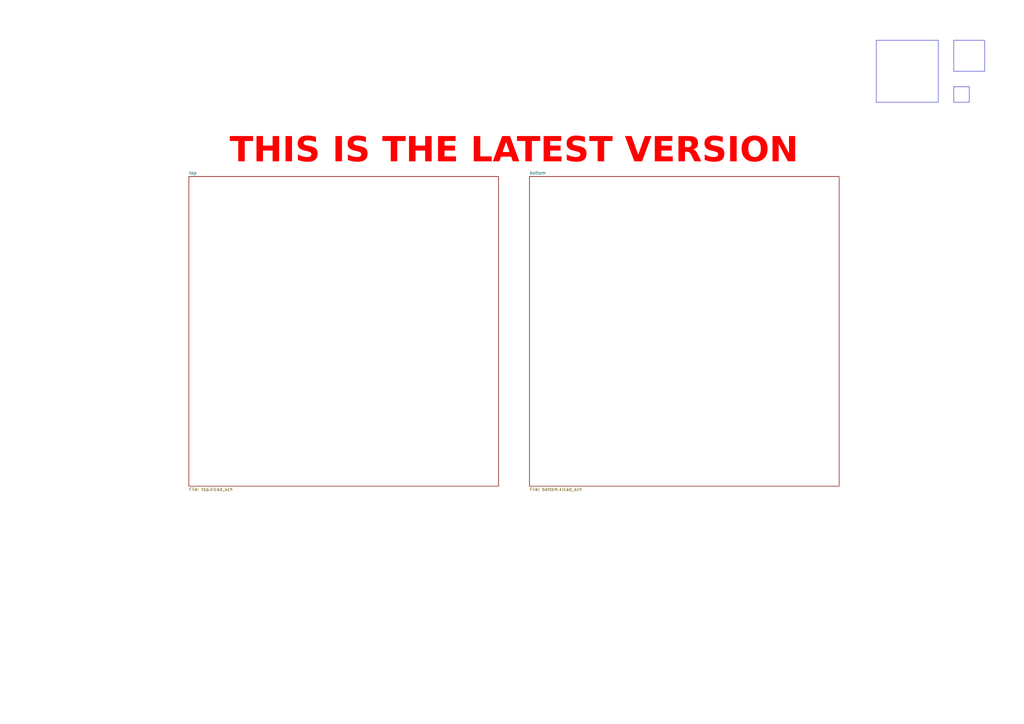
<source format=kicad_sch>
(kicad_sch
	(version 20231120)
	(generator "eeschema")
	(generator_version "8.0")
	(uuid "9b45fe8f-ccde-4083-bbaa-82d9a9454022")
	(paper "A3")
	(title_block
		(title "WWF Super Stars")
		(company "JOTEGO")
		(comment 1 "Leo Tejada")
	)
	(lib_symbols)
	(rectangle
		(start 359.41 16.51)
		(end 384.81 41.91)
		(stroke
			(width 0)
			(type default)
		)
		(fill
			(type none)
		)
		(uuid 05bfc56c-480c-42ae-9657-ba7d0acaeb8c)
	)
	(rectangle
		(start 391.16 16.51)
		(end 403.86 29.21)
		(stroke
			(width 0)
			(type default)
		)
		(fill
			(type none)
		)
		(uuid 281801f3-f6d5-4d36-b561-7c564adbd2d1)
	)
	(rectangle
		(start 391.16 35.56)
		(end 397.51 41.91)
		(stroke
			(width 0)
			(type default)
		)
		(fill
			(type none)
		)
		(uuid cbf49602-ae34-4fa5-b109-202ed2a56ea1)
	)
	(text "THIS IS THE LATEST VERSION"
		(exclude_from_sim no)
		(at 210.82 64.77 0)
		(effects
			(font
				(face "Carlito")
				(size 10.16 10.16)
				(thickness 0.508)
				(bold yes)
				(color 255 0 0 1)
			)
		)
		(uuid "9ce8c6a3-9767-4350-bbfd-a0565e7ac961")
	)
	(sheet
		(at 217.17 72.39)
		(size 127 127)
		(fields_autoplaced yes)
		(stroke
			(width 0.1524)
			(type solid)
		)
		(fill
			(color 0 0 0 0.0000)
		)
		(uuid "004a228e-24de-4680-a954-fe1a8a16228f")
		(property "Sheetname" "bottom"
			(at 217.17 71.6784 0)
			(effects
				(font
					(size 1.27 1.27)
				)
				(justify left bottom)
			)
		)
		(property "Sheetfile" "bottom.kicad_sch"
			(at 217.17 199.9746 0)
			(effects
				(font
					(size 1.27 1.27)
				)
				(justify left top)
			)
		)
		(instances
			(project "wwfsstar"
				(path "/9b45fe8f-ccde-4083-bbaa-82d9a9454022"
					(page "3")
				)
			)
		)
	)
	(sheet
		(at 77.47 72.39)
		(size 127 127)
		(fields_autoplaced yes)
		(stroke
			(width 0.1524)
			(type solid)
		)
		(fill
			(color 0 0 0 0.0000)
		)
		(uuid "196e9cfe-efe3-4c2b-8678-7a6099cf4b06")
		(property "Sheetname" "top"
			(at 77.47 71.6784 0)
			(effects
				(font
					(size 1.27 1.27)
				)
				(justify left bottom)
			)
		)
		(property "Sheetfile" "top.kicad_sch"
			(at 77.47 199.9746 0)
			(effects
				(font
					(size 1.27 1.27)
				)
				(justify left top)
			)
		)
		(instances
			(project "wwfsstar"
				(path "/9b45fe8f-ccde-4083-bbaa-82d9a9454022"
					(page "2")
				)
			)
		)
	)
	(sheet_instances
		(path "/"
			(page "1")
		)
	)
)

</source>
